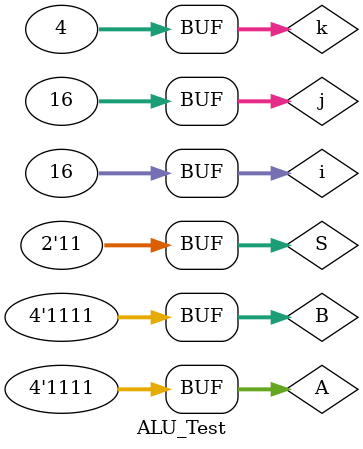
<source format=v>
`timescale 1ns / 1ps


module ALU_Test;

	// Inputs
	reg [1:0] S;
	reg [3:0] A;
	reg [3:0] B;

	// Outputs
	wire C0;
	wire [3:0] C;

	// Instantiate the Unit Under Test (UUT)
	ALU uut (
		.S(S), 
		.A(A), 
		.B(B), 
		.C0(C0), 
		.C(C)
	);

integer i, j, k;

	initial begin
		// Initialize Inputs
		S = 0;
		A = 0;
		B = 0;

		// Wait 100 ns for global reset to finish
		#100;
        
		// Add stimulus here
		for (i = 0; i < 16; i = i + 1) begin
			for (j = 0; j < 16; j = j + 1) begin
				for (k = 0; k < 4; k = k + 1) begin
					A = i;
					B = j;
					S = k;
					#50;
				end
			end
		end

	end
      
endmodule


</source>
